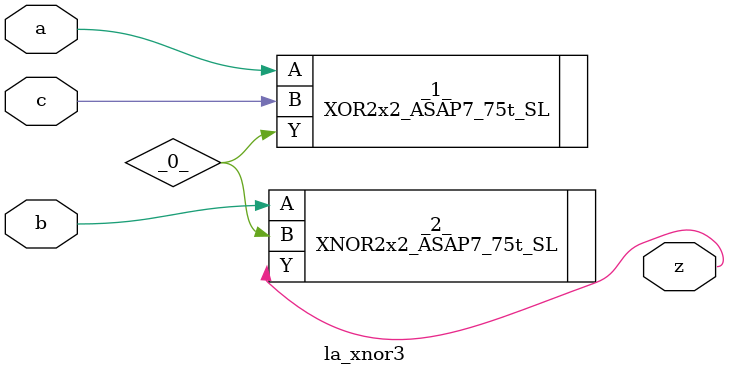
<source format=v>
/* Generated by Yosys 0.37 (git sha1 a5c7f69ed, clang 14.0.0-1ubuntu1.1 -fPIC -Os) */

module la_xnor3(a, b, c, z);
  wire _0_;
  input a;
  wire a;
  input b;
  wire b;
  input c;
  wire c;
  output z;
  wire z;
  XOR2x2_ASAP7_75t_SL _1_ (
    .A(a),
    .B(c),
    .Y(_0_)
  );
  XNOR2x2_ASAP7_75t_SL _2_ (
    .A(b),
    .B(_0_),
    .Y(z)
  );
endmodule

</source>
